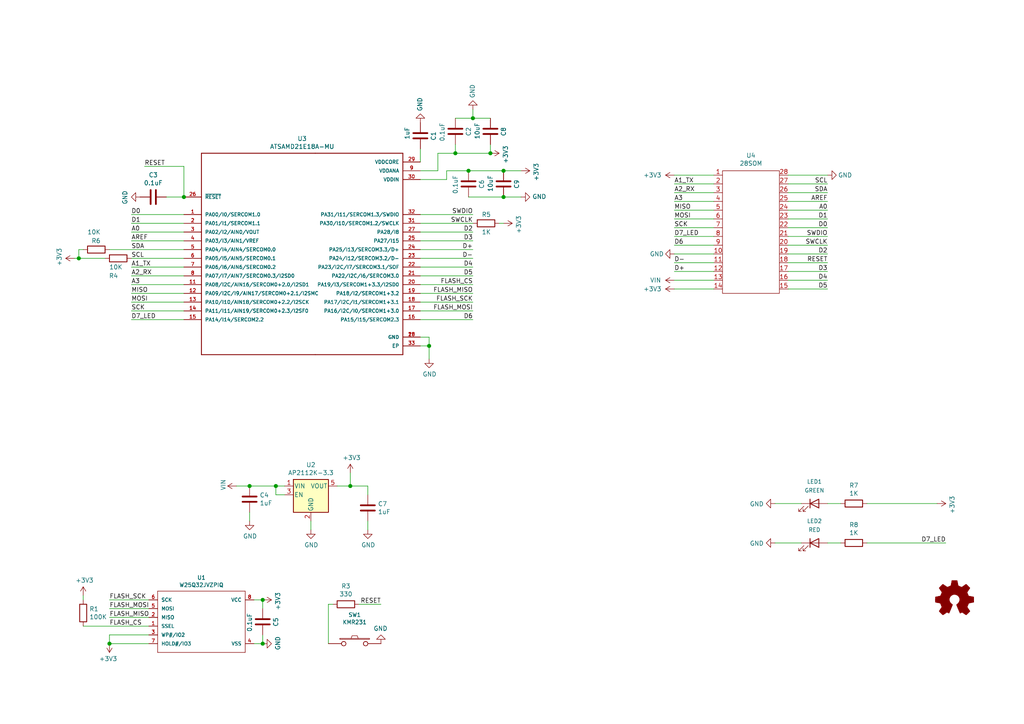
<source format=kicad_sch>
(kicad_sch (version 20201015) (generator eeschema)
  (paper "A4")
  (lib_symbols
    (symbol "Device:C" (pin_numbers hide) (pin_names (offset 0.254))
      (property "Reference" "C" (at 0.635 2.54 0))
      (property "Value" "C" (at 0.635 -2.54 0))
      (symbol "C_0_1"
        (polyline (pts (xy -2.032 -0.762) (xy 2.032 -0.762)) (stroke (width 0.508)))
        (polyline (pts (xy -2.032 0.762) (xy 2.032 0.762)) (stroke (width 0.508)))
      )
      (symbol "C_1_1"
        (pin passive line (at 0 3.81 270) (length 2.794) (name "~") (number "1"))
        (pin passive line (at 0 -3.81 90) (length 2.794) (name "~") (number "2"))
      )
    )
    (symbol "Device:LED" (pin_numbers hide) (pin_names (offset 1.016) hide)
      (property "Reference" "D" (at 0 2.54 0))
      (property "Value" "LED" (at 0 -2.54 0))
      (symbol "LED_0_1"
        (polyline (pts (xy -1.27 -1.27) (xy -1.27 1.27)) (stroke (width 0.254)))
        (polyline (pts (xy -1.27 0) (xy 1.27 0)))
        (polyline (pts (xy 1.27 -1.27) (xy 1.27 1.27) (xy -1.27 0) (xy 1.27 -1.27)) (stroke (width 0.254)))
        (polyline (pts (xy -3.048 -0.762) (xy -4.572 -2.286) (xy -3.81 -2.286) (xy -4.572 -2.286) (xy -4.572 -1.524)))
        (polyline (pts (xy -1.778 -0.762) (xy -3.302 -2.286) (xy -2.54 -2.286) (xy -3.302 -2.286) (xy -3.302 -1.524)))
      )
      (symbol "LED_1_1"
        (pin passive line (at -3.81 0 0) (length 2.54) (name "K") (number "1"))
        (pin passive line (at 3.81 0 180) (length 2.54) (name "A") (number "2"))
      )
    )
    (symbol "Device:R" (pin_numbers hide) (pin_names (offset 0))
      (property "Reference" "R" (at 2.032 0 90))
      (property "Value" "R" (at 0 0 90))
      (symbol "R_0_1"
        (rectangle (start -1.016 -2.54) (end 1.016 2.54) (stroke (width 0.254)))
      )
      (symbol "R_1_1"
        (pin passive line (at 0 3.81 270) (length 1.27) (name "~") (number "1"))
        (pin passive line (at 0 -3.81 90) (length 1.27) (name "~") (number "2"))
      )
    )
    (symbol "Graphic:Logo_Open_Hardware_Small" (pin_names (offset 1.016))
      (symbol "Logo_Open_Hardware_Small_0_1"
        (polyline (pts (xy 3.3528 -4.3434) (xy 3.302 -4.318) (xy 3.175 -4.2418) (xy 2.9972 -4.1148) (xy 2.7686 -3.9624) (xy 2.54 -3.81) (xy 2.3622 -3.7084) (xy 2.2352 -3.6068) (xy 2.1844 -3.5814) (xy 2.159 -3.6068) (xy 2.0574 -3.6576) (xy 1.905 -3.7338) (xy 1.8034 -3.7846) (xy 1.6764 -3.8354) (xy 1.6002 -3.8354) (xy 1.6002 -3.8354) (xy 1.5494 -3.7338) (xy 1.4732 -3.5306) (xy 1.3462 -3.302) (xy 1.2446 -3.0226) (xy 1.1176 -2.7178) (xy 0.9652 -2.413) (xy 0.8636 -2.1082) (xy 0.7366 -1.8288) (xy 0.6604 -1.6256) (xy 0.6096 -1.4732) (xy 0.5842 -1.397) (xy 0.5842 -1.397) (xy 0.6604 -1.3208) (xy 0.7874 -1.2446) (xy 1.0414 -1.016) (xy 1.2954 -0.6858) (xy 1.4478 -0.3302) (xy 1.524 0.0762) (xy 1.4732 0.4572) (xy 1.3208 0.8128) (xy 1.0668 1.143) (xy 0.762 1.3716) (xy 0.4064 1.524) (xy 0 1.5748) (xy -0.381 1.5494) (xy -0.7366 1.397) (xy -1.0668 1.143) (xy -1.2192 0.9906) (xy -1.397 0.6604) (xy -1.524 0.3048) (xy -1.524 0.2286) (xy -1.4986 -0.1778) (xy -1.397 -0.5334) (xy -1.1938 -0.8636) (xy -0.9144 -1.143) (xy -0.8636 -1.1684) (xy -0.7366 -1.27) (xy -0.635 -1.3462) (xy -0.5842 -1.397) (xy -1.0668 -2.5908) (xy -1.143 -2.794) (xy -1.2954 -3.1242) (xy -1.397 -3.4036) (xy -1.4986 -3.6322) (xy -1.5748 -3.7846) (xy -1.6002 -3.8354) (xy -1.6002 -3.8354) (xy -1.651 -3.8354) (xy -1.7272 -3.81) (xy -1.905 -3.7338) (xy -2.0066 -3.683) (xy -2.1336 -3.6068) (xy -2.2098 -3.5814) (xy -2.2606 -3.6068) (xy -2.3622 -3.683) (xy -2.54 -3.81) (xy -2.7686 -3.9624) (xy -2.9718 -4.0894) (xy -3.1496 -4.2164) (xy -3.302 -4.318) (xy -3.3528 -4.3434) (xy -3.3782 -4.3434) (xy -3.429 -4.318) (xy -3.5306 -4.2164) (xy -3.7084 -4.064) (xy -3.937 -3.8354) (xy -3.9624 -3.81) (xy -4.1656 -3.6068) (xy -4.318 -3.4544) (xy -4.4196 -3.3274) (xy -4.445 -3.2766) (xy -4.445 -3.2766) (xy -4.4196 -3.2258) (xy -4.318 -3.0734) (xy -4.2164 -2.8956) (xy -4.064 -2.667) (xy -3.6576 -2.0828) (xy -3.8862 -1.5494) (xy -3.937 -1.3716) (xy -4.0386 -1.1684) (xy -4.0894 -1.0414) (xy -4.1148 -0.9652) (xy -4.191 -0.9398) (xy -4.318 -0.9144) (xy -4.5466 -0.8636) (xy -4.8006 -0.8128) (xy -5.0546 -0.7874) (xy -5.2578 -0.7366) (xy -5.4356 -0.7112) (xy -5.5118 -0.6858) (xy -5.5118 -0.6858) (xy -5.5372 -0.635) (xy -5.5372 -0.5588) (xy -5.5372 -0.4318) (xy -5.5626 -0.2286) (xy -5.5626 0.0762) (xy -5.5626 0.127) (xy -5.5372 0.4064) (xy -5.5372 0.635) (xy -5.5372 0.762) (xy -5.5372 0.8382) (xy -5.5372 0.8382) (xy -5.461 0.8382) (xy -5.3086 0.889) (xy -5.08 0.9144) (xy -4.826 0.9652) (xy -4.8006 0.9906) (xy -4.5466 1.0414) (xy -4.318 1.0668) (xy -4.1656 1.1176) (xy -4.0894 1.143) (xy -4.0894 1.143) (xy -4.0386 1.2446) (xy -3.9624 1.4224) (xy -3.8608 1.6256) (xy -3.7846 1.8288) (xy -3.7084 2.0066) (xy -3.6576 2.159) (xy -3.6322 2.2098) (xy -3.6322 2.2098) (xy -3.683 2.286) (xy -3.7592 2.413) (xy -3.8862 2.5908) (xy -4.064 2.8194) (xy -4.064 2.8448) (xy -4.2164 3.0734) (xy -4.3434 3.2512) (xy -4.4196 3.3782) (xy -4.445 3.4544) (xy -4.445 3.4544) (xy -4.3942 3.5052) (xy -4.2926 3.6322) (xy -4.1148 3.81) (xy -3.937 4.0132) (xy -3.8608 4.064) (xy -3.6576 4.2926) (xy -3.5052 4.4196) (xy -3.4036 4.4958) (xy -3.3528 4.5212) (xy -3.3528 4.5212) (xy -3.302 4.4704) (xy -3.1496 4.3688) (xy -2.9718 4.2418) (xy -2.7432 4.0894) (xy -2.7178 4.0894) (xy -2.4892 3.937) (xy -2.3114 3.81) (xy -2.1844 3.7084) (xy -2.1336 3.683) (xy -2.1082 3.683) (xy -2.032 3.7084) (xy -1.8542 3.7592) (xy -1.6764 3.8354) (xy -1.4732 3.937) (xy -1.27 4.0132) (xy -1.143 4.064) (xy -1.0668 4.1148) (xy -1.0668 4.1148) (xy -1.0414 4.191) (xy -1.016 4.3434) (xy -0.9652 4.572) (xy -0.9144 4.8514) (xy -0.889 4.9022) (xy -0.8382 5.1562) (xy -0.8128 5.3848) (xy -0.7874 5.5372) (xy -0.762 5.588) (xy -0.7112 5.6134) (xy -0.5842 5.6134) (xy -0.4064 5.6134) (xy -0.1524 5.6134) (xy 0.0762 5.6134) (xy 0.3302 5.6134) (xy 0.5334 5.6134) (xy 0.6858 5.588) (xy 0.7366 5.588) (xy 0.7366 5.588) (xy 0.762 5.5118) (xy 0.8128 5.334) (xy 0.8382 5.1054) (xy 0.9144 4.826) (xy 0.9144 4.7752) (xy 0.9652 4.5212) (xy 1.016 4.2926) (xy 1.0414 4.1402) (xy 1.0668 4.0894) (xy 1.0668 4.0894) (xy 1.1938 4.0386) (xy 1.3716 3.9624) (xy 1.5748 3.8608) (xy 2.0828 3.6576) (xy 2.7178 4.0894) (xy 2.7686 4.1402) (xy 2.9972 4.2926) (xy 3.175 4.4196) (xy 3.302 4.4958) (xy 3.3782 4.5212) (xy 3.3782 4.5212) (xy 3.429 4.4704) (xy 3.556 4.3434) (xy 3.7338 4.191) (xy 3.9116 3.9878) (xy 4.064 3.8354) (xy 4.2418 3.6576) (xy 4.3434 3.556) (xy 4.4196 3.4798) (xy 4.4196 3.429) (xy 4.4196 3.4036) (xy 4.3942 3.3274) (xy 4.2926 3.2004) (xy 4.1656 2.9972) (xy 4.0132 2.794) (xy 3.8862 2.5908) (xy 3.7592 2.3876) (xy 3.6576 2.2352) (xy 3.6322 2.159) (xy 3.6322 2.1336) (xy 3.683 2.0066) (xy 3.7592 1.8288) (xy 3.8608 1.6002) (xy 4.064 1.1176) (xy 4.3942 1.0414) (xy 4.5974 1.016) (xy 4.8768 0.9652) (xy 5.1308 0.9144) (xy 5.5372 0.8382) (xy 5.5626 -0.6604) (xy 5.4864 -0.6858) (xy 5.4356 -0.6858) (xy 5.2832 -0.7366) (xy 5.0546 -0.762) (xy 4.8006 -0.8128) (xy 4.5974 -0.8636) (xy 4.3688 -0.9144) (xy 4.2164 -0.9398) (xy 4.1402 -0.9398) (xy 4.1148 -0.9652) (xy 4.064 -1.0668) (xy 3.9878 -1.2446) (xy 3.9116 -1.4478) (xy 3.81 -1.651) (xy 3.7338 -1.8542) (xy 3.683 -2.0066) (xy 3.6576 -2.0828) (xy 3.683 -2.1336) (xy 3.7846 -2.2606) (xy 3.8862 -2.4638) (xy 4.0386 -2.667) (xy 4.191 -2.8956) (xy 4.318 -3.0734) (xy 4.3942 -3.2004) (xy 4.445 -3.2766) (xy 4.4196 -3.3274) (xy 4.3434 -3.429) (xy 4.1656 -3.5814) (xy 3.937 -3.8354) (xy 3.8862 -3.8608) (xy 3.683 -4.064) (xy 3.5306 -4.2164) (xy 3.4036 -4.318) (xy 3.3528 -4.3434)) (fill (type outline)))
      )
    )
    (symbol "Kevin-CPU_MCU:ATSAMD21E18A-MU" (pin_names (offset 1.016))
      (property "Reference" "U" (at -29.21 31.75 0))
      (property "Value" "ATSAMD21E18A-MU" (at -29.2354 -30.5308 0))
      (symbol "ATSAMD21E18A-MU_0_0"
        (polyline (pts (xy -29.21 -27.94) (xy -29.21 30.48)) (stroke (width 0.254)))
        (polyline (pts (xy 3.81 30.48) (xy 29.21 30.48)) (stroke (width 0.254)))
        (polyline (pts (xy 29.21 -27.94) (xy 3.81 -27.94)) (stroke (width 0.254)))
        (polyline (pts (xy 29.21 30.48) (xy 29.21 -27.94)) (stroke (width 0.254)))
        (pin bidirectional line (at -34.29 12.7 0) (length 5.08) (name "PA00/I0/SERCOM1.0") (number "1"))
        (pin power_in line (at 34.29 -22.86 180) (length 5.08) (name "GND") (number "10"))
        (pin bidirectional line (at -34.29 -7.62 0) (length 5.08) (name "PA08/I2C/AIN16/SERCOM0+2.0/I2SD1") (number "11"))
        (pin bidirectional line (at -34.29 -10.16 0) (length 5.08) (name "PA09/I2C/I9/AIN17/SERCOM0+2.1/I2SMC") (number "12"))
        (pin bidirectional line (at -34.29 -12.7 0) (length 5.08) (name "PA10/I10/AIN18/SERCOM0+2.2/I2SCK") (number "13"))
        (pin bidirectional line (at -34.29 -15.24 0) (length 5.08) (name "PA11/I11/AIN19/SERCOM0+2.3/I2SF0") (number "14"))
        (pin bidirectional line (at -34.29 -17.78 0) (length 5.08) (name "PA14/I14/SERCOM2.2") (number "15"))
        (pin bidirectional line (at 34.29 -17.78 180) (length 5.08) (name "PA15/I15/SERCOM2.3") (number "16"))
        (pin bidirectional line (at 34.29 -15.24 180) (length 5.08) (name "PA16/I2C/I0/SERCOM1+3.0") (number "17"))
        (pin bidirectional line (at 34.29 -12.7 180) (length 5.08) (name "PA17/I2C/I1/SERCOM1+3.1") (number "18"))
        (pin bidirectional line (at 34.29 -10.16 180) (length 5.08) (name "PA18/I2/SERCOM1+3.2") (number "19"))
        (pin bidirectional line (at -34.29 10.16 0) (length 5.08) (name "PA01/I1/SERCOM1.1") (number "2"))
        (pin bidirectional line (at 34.29 -7.62 180) (length 5.08) (name "PA19/I3/SERCOM1+3.3/I2SD0") (number "20"))
        (pin bidirectional line (at 34.29 -5.08 180) (length 5.08) (name "PA22/I2C/I6/SERCOM3.0") (number "21"))
        (pin bidirectional line (at 34.29 -2.54 180) (length 5.08) (name "PA23/I2C/I7/SERCOM3.1/SOF") (number "22"))
        (pin bidirectional line (at 34.29 0 180) (length 5.08) (name "PA24/I12/SERCOM3.2/D-") (number "23"))
        (pin bidirectional line (at 34.29 2.54 180) (length 5.08) (name "PA25/I13/SERCOM3.3/D+") (number "24"))
        (pin bidirectional line (at 34.29 5.08 180) (length 5.08) (name "PA27/I15") (number "25"))
        (pin input line (at -34.29 17.78 0) (length 5.08) (name "~RESET~") (number "26"))
        (pin bidirectional line (at 34.29 7.62 180) (length 5.08) (name "PA28/I8") (number "27"))
        (pin power_in line (at 34.29 -22.86 180) (length 5.08) (name "GND") (number "28"))
        (pin power_in line (at 34.29 27.94 180) (length 5.08) (name "VDDCORE") (number "29"))
        (pin bidirectional line (at -34.29 7.62 0) (length 5.08) (name "PA02/I2/AIN0/VOUT") (number "3"))
        (pin power_in line (at 34.29 22.86 180) (length 5.08) (name "VDDIN") (number "30"))
        (pin bidirectional line (at 34.29 10.16 180) (length 5.08) (name "PA30/I10/SERCOM1.2/SWCLK") (number "31"))
        (pin bidirectional line (at 34.29 12.7 180) (length 5.08) (name "PA31/I11/SERCOM1.3/SWDIO") (number "32"))
        (pin power_in line (at 34.29 -25.4 180) (length 5.08) (name "EP") (number "33"))
        (pin bidirectional line (at -34.29 5.08 0) (length 5.08) (name "PA03/I3/AIN1/VREF") (number "4"))
        (pin bidirectional line (at -34.29 2.54 0) (length 5.08) (name "PA04/I4/AIN4/SERCOM0.0") (number "5"))
        (pin bidirectional line (at -34.29 0 0) (length 5.08) (name "PA05/I5/AIN5/SERCOM0.1") (number "6"))
        (pin bidirectional line (at -34.29 -2.54 0) (length 5.08) (name "PA06/I6/AIN6/SERCOM0.2") (number "7"))
        (pin bidirectional line (at -34.29 -5.08 0) (length 5.08) (name "PA07/I7/AIN7/SERCOM0.3/I2SD0") (number "8"))
        (pin power_in line (at 34.29 25.4 180) (length 5.08) (name "VDDANA") (number "9"))
      )
      (symbol "ATSAMD21E18A-MU_1_1"
        (polyline (pts (xy 3.81 -27.94) (xy -29.21 -27.94)) (stroke (width 0.254)))
        (polyline (pts (xy 3.81 30.48) (xy -29.21 30.48)) (stroke (width 0.254)))
      )
    )
    (symbol "Kevin-Connectors:28SOM" (pin_names (offset 1.016))
      (property "Reference" "U" (at 0 5.08 0))
      (property "Value" "28SOM" (at 0 7.62 0))
      (symbol "28SOM_0_1"
        (rectangle (start -7.62 8.89) (end 8.89 -26.67))
      )
      (symbol "28SOM_1_1"
        (pin bidirectional line (at -10.16 7.62 0) (length 2.54) (name "~") (number "1"))
        (pin bidirectional line (at -10.16 -15.24 0) (length 2.54) (name "~") (number "10"))
        (pin bidirectional line (at -10.16 -17.78 0) (length 2.54) (name "~") (number "11"))
        (pin bidirectional line (at -10.16 -20.32 0) (length 2.54) (name "~") (number "12"))
        (pin bidirectional line (at -10.16 -22.86 0) (length 2.54) (name "~") (number "13"))
        (pin bidirectional line (at -10.16 -25.4 0) (length 2.54) (name "~") (number "14"))
        (pin bidirectional line (at 11.43 -25.4 180) (length 2.54) (name "~") (number "15"))
        (pin bidirectional line (at 11.43 -22.86 180) (length 2.54) (name "~") (number "16"))
        (pin bidirectional line (at 11.43 -20.32 180) (length 2.54) (name "~") (number "17"))
        (pin bidirectional line (at 11.43 -17.78 180) (length 2.54) (name "~") (number "18"))
        (pin bidirectional line (at 11.43 -15.24 180) (length 2.54) (name "~") (number "19"))
        (pin bidirectional line (at -10.16 5.08 0) (length 2.54) (name "~") (number "2"))
        (pin bidirectional line (at 11.43 -12.7 180) (length 2.54) (name "~") (number "20"))
        (pin bidirectional line (at 11.43 -10.16 180) (length 2.54) (name "~") (number "21"))
        (pin bidirectional line (at 11.43 -7.62 180) (length 2.54) (name "~") (number "22"))
        (pin bidirectional line (at 11.43 -5.08 180) (length 2.54) (name "~") (number "23"))
        (pin bidirectional line (at 11.43 -2.54 180) (length 2.54) (name "~") (number "24"))
        (pin bidirectional line (at 11.43 0 180) (length 2.54) (name "~") (number "25"))
        (pin bidirectional line (at 11.43 2.54 180) (length 2.54) (name "~") (number "26"))
        (pin bidirectional line (at 11.43 5.08 180) (length 2.54) (name "~") (number "27"))
        (pin bidirectional line (at 11.43 7.62 180) (length 2.54) (name "~") (number "28"))
        (pin bidirectional line (at -10.16 2.54 0) (length 2.54) (name "~") (number "3"))
        (pin bidirectional line (at -10.16 0 0) (length 2.54) (name "~") (number "4"))
        (pin bidirectional line (at -10.16 -2.54 0) (length 2.54) (name "~") (number "5"))
        (pin bidirectional line (at -10.16 -5.08 0) (length 2.54) (name "~") (number "6"))
        (pin bidirectional line (at -10.16 -7.62 0) (length 2.54) (name "~") (number "7"))
        (pin bidirectional line (at -10.16 -10.16 0) (length 2.54) (name "~") (number "8"))
        (pin bidirectional line (at -10.16 -12.7 0) (length 2.54) (name "~") (number "9"))
      )
    )
    (symbol "Kevin-MiscICs:SPIFLASH" (pin_names (offset 1.016))
      (property "Reference" "U" (at -12.7 12.7 0))
      (property "Value" "SPIFLASH" (at -12.7 -10.16 0))
      (symbol "SPIFLASH_1_0"
        (polyline (pts (xy -12.7 -7.62) (xy -12.7 10.16)))
        (polyline (pts (xy -12.7 10.16) (xy 12.7 10.16)))
        (polyline (pts (xy 12.7 -7.62) (xy -12.7 -7.62)))
        (polyline (pts (xy 12.7 10.16) (xy 12.7 -7.62)))
      )
      (symbol "SPIFLASH_1_1"
        (pin bidirectional line (at -15.24 0 0) (length 2.54) (name "SSEL") (number "1"))
        (pin bidirectional line (at -15.24 2.54 0) (length 2.54) (name "MISO") (number "2"))
        (pin bidirectional line (at -15.24 -2.54 0) (length 2.54) (name "WP#/IO2") (number "3"))
        (pin power_in line (at 15.24 -5.08 180) (length 2.54) (name "VSS") (number "4"))
        (pin bidirectional line (at -15.24 5.08 0) (length 2.54) (name "MOSI") (number "5"))
        (pin bidirectional line (at -15.24 7.62 0) (length 2.54) (name "SCK") (number "6"))
        (pin bidirectional line (at -15.24 -5.08 0) (length 2.54) (name "HOLD#/IO3") (number "7"))
        (pin power_in line (at 15.24 7.62 180) (length 2.54) (name "VCC") (number "8"))
      )
    )
    (symbol "Kevin-Power:VIN" (power) (pin_names (offset 0))
      (property "Value" "VIN" (at 0 3.81 0))
      (symbol "VIN_0_1"
        (polyline (pts (xy -0.762 1.27) (xy 0 2.54)))
        (polyline (pts (xy 0 0) (xy 0 2.54)))
        (polyline (pts (xy 0 2.54) (xy 0.762 1.27)))
      )
      (symbol "VIN_1_1"
        (pin power_in line (at 0 0 90) (length 0) hide (name "VIN") (number "1"))
      )
    )
    (symbol "Kevin-Switches:SPST-NO" (pin_numbers hide) (pin_names (offset 1.016) hide)
      (property "Reference" "SW" (at 3.81 2.794 0))
      (property "Value" "SPST-NO" (at 0 -2.032 0))
      (symbol "SPST-NO_0_1"
        (rectangle (start -4.318 1.27) (end 4.318 1.524))
        (polyline (pts (xy -1.016 1.524) (xy -0.762 2.286) (xy 0.762 2.286) (xy 1.016 1.524)))
        (pin passive inverted (at -7.62 0 0) (length 5.08) (name "1") (number "1"))
        (pin passive inverted (at 7.62 0 180) (length 5.08) (name "2") (number "2"))
      )
    )
    (symbol "Regulator_Linear:AP2112K-3.3" (pin_names (offset 0.254))
      (property "Reference" "U" (at -5.08 5.715 0))
      (property "Value" "AP2112K-3.3" (at 0 5.715 0))
      (symbol "AP2112K-3.3_0_1"
        (rectangle (start -5.08 4.445) (end 5.08 -5.08) (stroke (width 0.254)) (fill (type background)))
      )
      (symbol "AP2112K-3.3_1_1"
        (pin power_in line (at -7.62 2.54 0) (length 2.54) (name "VIN") (number "1"))
        (pin power_in line (at 0 -7.62 90) (length 2.54) (name "GND") (number "2"))
        (pin input line (at -7.62 0 0) (length 2.54) (name "EN") (number "3"))
        (pin unconnected line (at 5.08 0 180) (length 2.54) hide (name "NC") (number "4"))
        (pin power_out line (at 7.62 2.54 180) (length 2.54) (name "VOUT") (number "5"))
      )
    )
    (symbol "power:+3.3V" (power) (pin_names (offset 0))
      (property "Value" "+3.3V" (at 0 3.556 0))
      (symbol "+3.3V_0_1"
        (polyline (pts (xy -0.762 1.27) (xy 0 2.54)))
        (polyline (pts (xy 0 0) (xy 0 2.54)))
        (polyline (pts (xy 0 2.54) (xy 0.762 1.27)))
      )
      (symbol "+3.3V_1_1"
        (pin power_in line (at 0 0 90) (length 0) hide (name "+3V3") (number "1"))
      )
    )
    (symbol "power:GND" (power) (pin_names (offset 0))
      (property "Value" "GND" (at 0 -3.81 0))
      (symbol "GND_0_1"
        (polyline (pts (xy 0 0) (xy 0 -1.27) (xy 1.27 -1.27) (xy 0 -2.54) (xy -1.27 -1.27) (xy 0 -1.27)))
      )
      (symbol "GND_1_1"
        (pin power_in line (at 0 0 270) (length 0) hide (name "GND") (number "1"))
      )
    )
  )
  (junction (at 22.86 74.93) (diameter 1.016))
  (junction (at 31.75 186.69) (diameter 1.016))
  (junction (at 53.34 57.15) (diameter 1.016))
  (junction (at 72.39 140.97) (diameter 1.016))
  (junction (at 76.2 173.99) (diameter 1.016))
  (junction (at 76.2 186.69) (diameter 1.016))
  (junction (at 80.01 140.97) (diameter 1.016))
  (junction (at 101.6 140.97) (diameter 1.016))
  (junction (at 124.46 100.33) (diameter 1.016))
  (junction (at 132.08 44.45) (diameter 1.016))
  (junction (at 135.89 49.53) (diameter 1.016))
  (junction (at 137.16 34.29) (diameter 1.016))
  (junction (at 142.24 44.45) (diameter 1.016))
  (junction (at 146.05 49.53) (diameter 1.016))
  (junction (at 146.05 57.15) (diameter 1.016))
  (wire (pts (xy 22.86 72.39) (xy 22.86 74.93)))
  (wire (pts (xy 22.86 74.93) (xy 21.59 74.93)))
  (wire (pts (xy 24.13 72.39) (xy 22.86 72.39)))
  (wire (pts (xy 24.13 172.72) (xy 24.13 173.99)))
  (wire (pts (xy 24.13 181.61) (xy 43.18 181.61)))
  (wire (pts (xy 30.48 74.93) (xy 22.86 74.93)))
  (wire (pts (xy 31.75 72.39) (xy 53.34 72.39)))
  (wire (pts (xy 31.75 184.15) (xy 31.75 186.69)))
  (wire (pts (xy 43.18 173.99) (xy 31.75 173.99)))
  (wire (pts (xy 43.18 176.53) (xy 31.75 176.53)))
  (wire (pts (xy 43.18 179.07) (xy 31.75 179.07)))
  (wire (pts (xy 43.18 184.15) (xy 31.75 184.15)))
  (wire (pts (xy 43.18 186.69) (xy 31.75 186.69)))
  (wire (pts (xy 53.34 48.26) (xy 41.91 48.26)))
  (wire (pts (xy 53.34 57.15) (xy 48.26 57.15)))
  (wire (pts (xy 53.34 57.15) (xy 53.34 48.26)))
  (wire (pts (xy 53.34 62.23) (xy 38.1 62.23)))
  (wire (pts (xy 53.34 64.77) (xy 38.1 64.77)))
  (wire (pts (xy 53.34 67.31) (xy 38.1 67.31)))
  (wire (pts (xy 53.34 69.85) (xy 38.1 69.85)))
  (wire (pts (xy 53.34 74.93) (xy 38.1 74.93)))
  (wire (pts (xy 53.34 77.47) (xy 38.1 77.47)))
  (wire (pts (xy 53.34 80.01) (xy 38.1 80.01)))
  (wire (pts (xy 53.34 82.55) (xy 38.1 82.55)))
  (wire (pts (xy 53.34 85.09) (xy 38.1 85.09)))
  (wire (pts (xy 53.34 87.63) (xy 38.1 87.63)))
  (wire (pts (xy 53.34 90.17) (xy 38.1 90.17)))
  (wire (pts (xy 53.34 92.71) (xy 38.1 92.71)))
  (wire (pts (xy 68.58 140.97) (xy 72.39 140.97)))
  (wire (pts (xy 72.39 148.59) (xy 72.39 151.13)))
  (wire (pts (xy 73.66 173.99) (xy 76.2 173.99)))
  (wire (pts (xy 73.66 186.69) (xy 76.2 186.69)))
  (wire (pts (xy 76.2 176.53) (xy 76.2 173.99)))
  (wire (pts (xy 76.2 184.15) (xy 76.2 186.69)))
  (wire (pts (xy 80.01 140.97) (xy 72.39 140.97)))
  (wire (pts (xy 80.01 140.97) (xy 82.55 140.97)))
  (wire (pts (xy 80.01 143.51) (xy 80.01 140.97)))
  (wire (pts (xy 82.55 143.51) (xy 80.01 143.51)))
  (wire (pts (xy 90.17 151.13) (xy 90.17 153.67)))
  (wire (pts (xy 95.25 175.26) (xy 96.52 175.26)))
  (wire (pts (xy 95.25 186.69) (xy 95.25 175.26)))
  (wire (pts (xy 97.79 140.97) (xy 101.6 140.97)))
  (wire (pts (xy 101.6 137.16) (xy 101.6 140.97)))
  (wire (pts (xy 104.14 175.26) (xy 110.49 175.26)))
  (wire (pts (xy 106.68 140.97) (xy 101.6 140.97)))
  (wire (pts (xy 106.68 143.51) (xy 106.68 140.97)))
  (wire (pts (xy 106.68 151.13) (xy 106.68 153.67)))
  (wire (pts (xy 121.92 46.99) (xy 121.92 43.18)))
  (wire (pts (xy 121.92 52.07) (xy 129.54 52.07)))
  (wire (pts (xy 121.92 62.23) (xy 137.16 62.23)))
  (wire (pts (xy 121.92 64.77) (xy 137.16 64.77)))
  (wire (pts (xy 121.92 67.31) (xy 137.16 67.31)))
  (wire (pts (xy 121.92 69.85) (xy 137.16 69.85)))
  (wire (pts (xy 121.92 72.39) (xy 137.16 72.39)))
  (wire (pts (xy 121.92 74.93) (xy 137.16 74.93)))
  (wire (pts (xy 121.92 77.47) (xy 137.16 77.47)))
  (wire (pts (xy 121.92 82.55) (xy 137.16 82.55)))
  (wire (pts (xy 121.92 85.09) (xy 137.16 85.09)))
  (wire (pts (xy 121.92 87.63) (xy 137.16 87.63)))
  (wire (pts (xy 121.92 90.17) (xy 137.16 90.17)))
  (wire (pts (xy 121.92 92.71) (xy 137.16 92.71)))
  (wire (pts (xy 121.92 97.79) (xy 124.46 97.79)))
  (wire (pts (xy 121.92 100.33) (xy 124.46 100.33)))
  (wire (pts (xy 124.46 97.79) (xy 124.46 100.33)))
  (wire (pts (xy 124.46 100.33) (xy 124.46 104.14)))
  (wire (pts (xy 127 44.45) (xy 127 49.53)))
  (wire (pts (xy 127 44.45) (xy 132.08 44.45)))
  (wire (pts (xy 127 49.53) (xy 121.92 49.53)))
  (wire (pts (xy 129.54 49.53) (xy 135.89 49.53)))
  (wire (pts (xy 129.54 52.07) (xy 129.54 49.53)))
  (wire (pts (xy 132.08 34.29) (xy 137.16 34.29)))
  (wire (pts (xy 132.08 41.91) (xy 132.08 44.45)))
  (wire (pts (xy 132.08 44.45) (xy 142.24 44.45)))
  (wire (pts (xy 135.89 49.53) (xy 146.05 49.53)))
  (wire (pts (xy 135.89 57.15) (xy 146.05 57.15)))
  (wire (pts (xy 137.16 34.29) (xy 137.16 31.75)))
  (wire (pts (xy 137.16 80.01) (xy 121.92 80.01)))
  (wire (pts (xy 142.24 34.29) (xy 137.16 34.29)))
  (wire (pts (xy 142.24 44.45) (xy 142.24 41.91)))
  (wire (pts (xy 144.78 64.77) (xy 146.05 64.77)))
  (wire (pts (xy 146.05 49.53) (xy 151.13 49.53)))
  (wire (pts (xy 146.05 57.15) (xy 151.13 57.15)))
  (wire (pts (xy 195.58 50.8) (xy 207.01 50.8)))
  (wire (pts (xy 195.58 53.34) (xy 207.01 53.34)))
  (wire (pts (xy 195.58 71.12) (xy 207.01 71.12)))
  (wire (pts (xy 195.58 73.66) (xy 207.01 73.66)))
  (wire (pts (xy 195.58 76.2) (xy 207.01 76.2)))
  (wire (pts (xy 195.58 78.74) (xy 207.01 78.74)))
  (wire (pts (xy 195.58 81.28) (xy 207.01 81.28)))
  (wire (pts (xy 195.58 83.82) (xy 207.01 83.82)))
  (wire (pts (xy 207.01 55.88) (xy 195.58 55.88)))
  (wire (pts (xy 207.01 58.42) (xy 195.58 58.42)))
  (wire (pts (xy 207.01 60.96) (xy 195.58 60.96)))
  (wire (pts (xy 207.01 63.5) (xy 195.58 63.5)))
  (wire (pts (xy 207.01 66.04) (xy 195.58 66.04)))
  (wire (pts (xy 207.01 68.58) (xy 195.58 68.58)))
  (wire (pts (xy 224.79 157.48) (xy 232.41 157.48)))
  (wire (pts (xy 228.6 50.8) (xy 240.03 50.8)))
  (wire (pts (xy 228.6 53.34) (xy 240.03 53.34)))
  (wire (pts (xy 228.6 55.88) (xy 240.03 55.88)))
  (wire (pts (xy 228.6 58.42) (xy 240.03 58.42)))
  (wire (pts (xy 228.6 60.96) (xy 240.03 60.96)))
  (wire (pts (xy 228.6 63.5) (xy 240.03 63.5)))
  (wire (pts (xy 228.6 66.04) (xy 240.03 66.04)))
  (wire (pts (xy 228.6 68.58) (xy 240.03 68.58)))
  (wire (pts (xy 228.6 71.12) (xy 240.03 71.12)))
  (wire (pts (xy 228.6 73.66) (xy 240.03 73.66)))
  (wire (pts (xy 228.6 76.2) (xy 240.03 76.2)))
  (wire (pts (xy 228.6 78.74) (xy 240.03 78.74)))
  (wire (pts (xy 228.6 81.28) (xy 240.03 81.28)))
  (wire (pts (xy 228.6 83.82) (xy 240.03 83.82)))
  (wire (pts (xy 232.41 146.05) (xy 224.79 146.05)))
  (wire (pts (xy 240.03 157.48) (xy 243.84 157.48)))
  (wire (pts (xy 243.84 146.05) (xy 240.03 146.05)))
  (wire (pts (xy 251.46 146.05) (xy 271.78 146.05)))
  (wire (pts (xy 251.46 157.48) (xy 274.32 157.48)))
  (label "FLASH_SCK" (at 31.75 173.99 0))
  (label "FLASH_MOSI" (at 31.75 176.53 0))
  (label "FLASH_MISO" (at 31.75 179.07 0))
  (label "FLASH_CS" (at 31.75 181.61 0))
  (label "D0" (at 38.1 62.23 0))
  (label "D1" (at 38.1 64.77 0))
  (label "A0" (at 38.1 67.31 0))
  (label "AREF" (at 38.1 69.85 0))
  (label "SDA" (at 38.1 72.39 0))
  (label "SCL" (at 38.1 74.93 0))
  (label "A1_TX" (at 38.1 77.47 0))
  (label "A2_RX" (at 38.1 80.01 0))
  (label "A3" (at 38.1 82.55 0))
  (label "MISO" (at 38.1 85.09 0))
  (label "MOSI" (at 38.1 87.63 0))
  (label "SCK" (at 38.1 90.17 0))
  (label "D7_LED" (at 38.1 92.71 0))
  (label "RESET" (at 41.91 48.26 0))
  (label "RESET" (at 110.49 175.26 180))
  (label "SWDIO" (at 137.16 62.23 180))
  (label "SWCLK" (at 137.16 64.77 180))
  (label "D2" (at 137.16 67.31 180))
  (label "D3" (at 137.16 69.85 180))
  (label "D+" (at 137.16 72.39 180))
  (label "D-" (at 137.16 74.93 180))
  (label "D4" (at 137.16 77.47 180))
  (label "D5" (at 137.16 80.01 180))
  (label "FLASH_CS" (at 137.16 82.55 180))
  (label "FLASH_MISO" (at 137.16 85.09 180))
  (label "FLASH_SCK" (at 137.16 87.63 180))
  (label "FLASH_MOSI" (at 137.16 90.17 180))
  (label "D6" (at 137.16 92.71 180))
  (label "A1_TX" (at 195.58 53.34 0))
  (label "A2_RX" (at 195.58 55.88 0))
  (label "A3" (at 195.58 58.42 0))
  (label "MISO" (at 195.58 60.96 0))
  (label "MOSI" (at 195.58 63.5 0))
  (label "SCK" (at 195.58 66.04 0))
  (label "D7_LED" (at 195.58 68.58 0))
  (label "D6" (at 195.58 71.12 0))
  (label "D-" (at 195.58 76.2 0))
  (label "D+" (at 195.58 78.74 0))
  (label "SCL" (at 240.03 53.34 180))
  (label "SDA" (at 240.03 55.88 180))
  (label "AREF" (at 240.03 58.42 180))
  (label "A0" (at 240.03 60.96 180))
  (label "D1" (at 240.03 63.5 180))
  (label "D0" (at 240.03 66.04 180))
  (label "SWDIO" (at 240.03 68.58 180))
  (label "SWCLK" (at 240.03 71.12 180))
  (label "D2" (at 240.03 73.66 180))
  (label "RESET" (at 240.03 76.2 180))
  (label "D3" (at 240.03 78.74 180))
  (label "D4" (at 240.03 81.28 180))
  (label "D5" (at 240.03 83.82 180))
  (label "D7_LED" (at 274.32 157.48 180))
  (symbol (lib_id "power:+3.3V") (at 21.59 74.93 90) (unit 1)
    (property "Reference" "#PWR016" (effects hide))
    (property "Value" "+3.3V" (at 17.1958 74.549 0))
  )
  (symbol (lib_id "power:+3.3V") (at 24.13 172.72 0) (unit 1)
    (property "Reference" "#PWR02" (effects hide))
    (property "Value" "+3.3V" (at 24.511 168.3258 0))
  )
  (symbol (lib_id "power:+3.3V") (at 31.75 186.69 180) (unit 1)
    (property "Reference" "#PWR0101" (effects hide))
    (property "Value" "+3.3V" (at 31.369 191.0842 0))
  )
  (symbol (lib_id "Kevin-Power:VIN") (at 68.58 140.97 90) (unit 1)
    (property "Reference" "#PWR03" (effects hide))
    (property "Value" "VIN" (at 64.77 142.24 0) (effects (justify left)))
  )
  (symbol (lib_id "power:+3.3V") (at 76.2 173.99 270) (unit 1)
    (property "Reference" "#PWR06" (effects hide))
    (property "Value" "+3.3V" (at 80.5942 174.371 0))
  )
  (symbol (lib_id "power:+3.3V") (at 101.6 137.16 0) (unit 1)
    (property "Reference" "#PWR09" (effects hide))
    (property "Value" "+3.3V" (at 101.981 132.7658 0))
  )
  (symbol (lib_id "power:+3.3V") (at 142.24 44.45 270) (unit 1)
    (property "Reference" "#PWR0104" (effects hide))
    (property "Value" "+3.3V" (at 146.6342 44.831 0))
  )
  (symbol (lib_id "power:+3.3V") (at 146.05 64.77 270) (unit 1)
    (property "Reference" "#PWR017" (effects hide))
    (property "Value" "+3.3V" (at 150.4442 65.151 0))
  )
  (symbol (lib_id "power:+3.3V") (at 151.13 49.53 270) (unit 1)
    (property "Reference" "#PWR0107" (effects hide))
    (property "Value" "+3.3V" (at 155.5242 49.911 0))
  )
  (symbol (lib_id "power:+3.3V") (at 195.58 50.8 90) (unit 1)
    (property "Reference" "#PWR0109" (effects hide))
    (property "Value" "+3.3V" (at 189.23 50.8 90))
  )
  (symbol (lib_id "Kevin-Power:VIN") (at 195.58 81.28 90) (unit 1)
    (property "Reference" "#PWR027" (effects hide))
    (property "Value" "VIN" (at 191.77 81.28 90) (effects (justify left)))
  )
  (symbol (lib_id "power:+3.3V") (at 195.58 83.82 90) (unit 1)
    (property "Reference" "#PWR026" (effects hide))
    (property "Value" "+3.3V" (at 189.23 83.82 90))
  )
  (symbol (lib_id "power:+3.3V") (at 271.78 146.05 270) (unit 1)
    (property "Reference" "#PWR029" (effects hide))
    (property "Value" "+3.3V" (at 276.1742 146.431 0))
  )
  (symbol (lib_id "power:GND") (at 40.64 57.15 270) (unit 1)
    (property "Reference" "#PWR01" (effects hide))
    (property "Value" "GND" (at 36.2458 57.277 0))
  )
  (symbol (lib_id "power:GND") (at 72.39 151.13 0) (unit 1)
    (property "Reference" "#PWR05" (effects hide))
    (property "Value" "GND" (at 72.517 155.5242 0))
  )
  (symbol (lib_id "power:GND") (at 76.2 186.69 90) (unit 1)
    (property "Reference" "#PWR07" (effects hide))
    (property "Value" "GND" (at 80.5942 186.563 0))
  )
  (symbol (lib_id "power:GND") (at 90.17 153.67 0) (unit 1)
    (property "Reference" "#PWR08" (effects hide))
    (property "Value" "GND" (at 90.297 158.0642 0))
  )
  (symbol (lib_id "power:GND") (at 106.68 153.67 0) (unit 1)
    (property "Reference" "#PWR010" (effects hide))
    (property "Value" "GND" (at 106.807 158.0642 0))
  )
  (symbol (lib_id "power:GND") (at 110.49 186.69 180) (unit 1)
    (property "Reference" "#PWR011" (effects hide))
    (property "Value" "GND" (at 110.363 182.2958 0))
  )
  (symbol (lib_id "power:GND") (at 121.92 35.56 180) (unit 1)
    (property "Reference" "#PWR0102" (effects hide))
    (property "Value" "GND" (at 121.793 32.3088 90) (effects (justify right)))
  )
  (symbol (lib_id "power:GND") (at 124.46 104.14 0) (unit 1)
    (property "Reference" "#PWR0103" (effects hide))
    (property "Value" "GND" (at 124.587 108.5342 0))
  )
  (symbol (lib_id "power:GND") (at 137.16 31.75 180) (unit 1)
    (property "Reference" "#PWR0105" (effects hide))
    (property "Value" "GND" (at 137.033 28.4988 90) (effects (justify right)))
  )
  (symbol (lib_id "power:GND") (at 151.13 57.15 90) (unit 1)
    (property "Reference" "#PWR0106" (effects hide))
    (property "Value" "GND" (at 154.3812 57.023 90) (effects (justify right)))
  )
  (symbol (lib_id "power:GND") (at 195.58 73.66 270) (unit 1)
    (property "Reference" "#PWR028" (effects hide))
    (property "Value" "GND" (at 190.5 73.66 90))
  )
  (symbol (lib_id "power:GND") (at 224.79 146.05 270) (unit 1)
    (property "Reference" "#PWR023" (effects hide))
    (property "Value" "GND" (at 221.5388 146.177 90) (effects (justify right)))
  )
  (symbol (lib_id "power:GND") (at 224.79 157.48 270) (unit 1)
    (property "Reference" "#PWR024" (effects hide))
    (property "Value" "GND" (at 221.5388 157.607 90) (effects (justify right)))
  )
  (symbol (lib_id "power:GND") (at 240.03 50.8 90) (unit 1)
    (property "Reference" "#PWR0108" (effects hide))
    (property "Value" "GND" (at 245.11 50.8 90))
  )
  (symbol (lib_id "Device:R") (at 24.13 177.8 0) (unit 1)
    (property "Reference" "R1" (at 25.908 176.6316 0) (effects (justify left)))
    (property "Value" "100K" (at 25.908 178.943 0) (effects (justify left)))
    (property "Footprint" "Resistor_SMD:R_0603_1608Metric" (effects hide))
  )
  (symbol (lib_id "Device:R") (at 27.94 72.39 90) (unit 1)
    (property "Reference" "R6" (at 29.21 69.85 90) (effects (justify left)))
    (property "Value" "10K" (at 29.21 67.31 90) (effects (justify left)))
    (property "Footprint" "Resistor_SMD:R_0603_1608Metric" (effects hide))
  )
  (symbol (lib_id "Device:R") (at 34.29 74.93 90) (unit 1)
    (property "Reference" "R4" (at 34.29 80.01 90) (effects (justify left)))
    (property "Value" "10K" (at 35.56 77.47 90) (effects (justify left)))
    (property "Footprint" "Resistor_SMD:R_0603_1608Metric" (effects hide))
  )
  (symbol (lib_id "Device:R") (at 100.33 175.26 270) (unit 1)
    (property "Reference" "R3" (at 100.33 170.0022 90))
    (property "Value" "330" (at 100.33 172.3136 90))
    (property "Footprint" "Resistor_SMD:R_0603_1608Metric" (effects hide))
  )
  (symbol (lib_id "Device:R") (at 140.97 64.77 270) (unit 1)
    (property "Reference" "R5" (at 139.7 62.23 90) (effects (justify left)))
    (property "Value" "1K" (at 139.7 67.31 90) (effects (justify left)))
    (property "Footprint" "Resistor_SMD:R_0603_1608Metric" (effects hide))
  )
  (symbol (lib_id "Device:R") (at 247.65 146.05 270) (unit 1)
    (property "Reference" "R7" (at 247.65 140.7922 90))
    (property "Value" "1K" (at 247.65 143.1036 90))
    (property "Footprint" "Resistor_SMD:R_0603_1608Metric" (effects hide))
  )
  (symbol (lib_id "Device:R") (at 247.65 157.48 270) (unit 1)
    (property "Reference" "R8" (at 247.65 152.2222 90))
    (property "Value" "1K" (at 247.65 154.5336 90))
    (property "Footprint" "Resistor_SMD:R_0603_1608Metric" (effects hide))
  )
  (symbol (lib_id "Device:LED") (at 236.22 146.05 0) (unit 1)
    (property "Reference" "LED1" (at 236.22 139.7 0) (effects (font (size 1.143 1.143))))
    (property "Value" "GREEN" (at 236.22 142.24 0) (effects (font (size 1.143 1.143))))
    (property "Footprint" "LED_SMD:LED_0603_1608Metric" (effects hide))
  )
  (symbol (lib_id "Device:LED") (at 236.22 157.48 0) (unit 1)
    (property "Reference" "LED2" (at 236.22 151.13 0) (effects (font (size 1.143 1.143))))
    (property "Value" "RED" (at 236.22 153.67 0) (effects (font (size 1.143 1.143))))
    (property "Footprint" "LED_SMD:LED_0603_1608Metric" (effects hide))
  )
  (symbol (lib_id "Device:C") (at 44.45 57.15 270) (unit 1)
    (property "Reference" "C3" (at 44.45 50.7492 90))
    (property "Value" "0.1uF" (at 44.45 53.0606 90))
    (property "Footprint" "Capacitor_SMD:C_0603_1608Metric" (effects hide))
  )
  (symbol (lib_id "Device:C") (at 72.39 144.78 0) (unit 1)
    (property "Reference" "C4" (at 75.311 143.6116 0) (effects (justify left)))
    (property "Value" "1uF" (at 75.311 145.923 0) (effects (justify left)))
    (property "Footprint" "Capacitor_SMD:C_0603_1608Metric" (effects hide))
  )
  (symbol (lib_id "Device:C") (at 76.2 180.34 0) (unit 1)
    (property "Reference" "C5" (at 80.01 179.07 90) (effects (justify right)))
    (property "Value" "0.1uF" (at 72.39 177.8 90) (effects (justify right)))
    (property "Footprint" "Capacitor_SMD:C_0603_1608Metric" (effects hide))
  )
  (symbol (lib_id "Device:C") (at 106.68 147.32 0) (unit 1)
    (property "Reference" "C7" (at 109.601 146.1516 0) (effects (justify left)))
    (property "Value" "1uF" (at 109.601 148.463 0) (effects (justify left)))
    (property "Footprint" "Capacitor_SMD:C_0603_1608Metric" (effects hide))
  )
  (symbol (lib_id "Device:C") (at 121.92 39.37 0) (unit 1)
    (property "Reference" "C1" (at 125.73 38.1 90) (effects (justify right)))
    (property "Value" "1uF" (at 118.11 36.83 90) (effects (justify right)))
    (property "Footprint" "Capacitor_SMD:C_0603_1608Metric" (effects hide))
  )
  (symbol (lib_id "Device:C") (at 132.08 38.1 0) (unit 1)
    (property "Reference" "C2" (at 135.89 36.83 90) (effects (justify right)))
    (property "Value" "0.1uF" (at 128.27 35.56 90) (effects (justify right)))
    (property "Footprint" "Capacitor_SMD:C_0603_1608Metric" (effects hide))
  )
  (symbol (lib_id "Device:C") (at 135.89 53.34 0) (unit 1)
    (property "Reference" "C6" (at 139.7 52.07 90) (effects (justify right)))
    (property "Value" "0.1uF" (at 132.08 50.8 90) (effects (justify right)))
    (property "Footprint" "Capacitor_SMD:C_0603_1608Metric" (effects hide))
  )
  (symbol (lib_id "Device:C") (at 142.24 38.1 0) (unit 1)
    (property "Reference" "C8" (at 146.05 36.83 90) (effects (justify right)))
    (property "Value" "10uF" (at 138.43 35.56 90) (effects (justify right)))
    (property "Footprint" "Capacitor_SMD:C_0603_1608Metric" (effects hide))
  )
  (symbol (lib_id "Device:C") (at 146.05 53.34 0) (unit 1)
    (property "Reference" "C9" (at 149.86 52.07 90) (effects (justify right)))
    (property "Value" "10uF" (at 142.24 50.8 90) (effects (justify right)))
    (property "Footprint" "Capacitor_SMD:C_0603_1608Metric" (effects hide))
  )
  (symbol (lib_id "Kevin-Switches:SPST-NO") (at 102.87 186.69 0) (unit 1)
    (property "Reference" "SW1" (at 102.87 178.3334 0) (effects (font (size 1.143 1.143))))
    (property "Value" "KMR231" (at 102.87 180.467 0) (effects (font (size 1.143 1.143))))
    (property "Footprint" "Kevin-Switches:KMR231" (effects hide))
  )
  (symbol (lib_id "Graphic:Logo_Open_Hardware_Small") (at 276.86 173.99 0) (unit 1)
    (property "Reference" "#LOGO1" (effects hide))
    (property "Value" "Logo_Open_Hardware_Small" (effects hide))
  )
  (symbol (lib_id "Regulator_Linear:AP2112K-3.3") (at 90.17 143.51 0) (unit 1)
    (property "Reference" "U2" (at 90.17 134.8232 0))
    (property "Value" "AP2112K-3.3" (at 90.17 137.1346 0))
    (property "Footprint" "Package_TO_SOT_SMD:SOT-23-5" (effects hide))
  )
  (symbol (lib_id "Kevin-MiscICs:SPIFLASH") (at 58.42 181.61 0) (unit 1)
    (property "Reference" "U1" (at 58.42 167.5384 0) (effects (font (size 1.143 1.143))))
    (property "Value" "W25Q32JVZPIQ" (at 58.42 169.672 0) (effects (font (size 1.143 1.143))))
    (property "Footprint" "Package_SON:WSON-8-1EP_6x5mm_P1.27mm_EP3.4x4.3mm" (effects hide))
  )
  (symbol (lib_id "Kevin-Connectors:28SOM") (at 217.17 58.42 0) (unit 1)
    (property "Reference" "U4" (at 217.805 45.085 0))
    (property "Value" "28SOM" (at 217.805 47.3964 0))
    (property "Footprint" "Kevin-Connectors:28SOM_25MMx25MM" (effects hide))
  )
  (symbol (lib_id "Kevin-CPU_MCU:ATSAMD21E18A-MU") (at 87.63 74.93 0) (unit 1)
    (property "Reference" "U3" (at 87.63 40.2082 0))
    (property "Value" "ATSAMD21E18A-MU" (at 87.63 42.5196 0))
    (property "Footprint" "Kevin-QFN:QFN50P500X500X100-33N" (effects hide))
    (property "Datasheet" "None" (effects hide))
    (property "Field4" "ATSAMD21E18A-MU" (effects hide))
    (property "Field5" "QFN-32 Microchip" (effects hide))
    (property "Field6" "Unavailable" (effects hide))
    (property "Field7" "Microchip" (effects hide))
    (property "Field8" "SAMD21E Series 256 KB Flash 32 KB SRAM 48 MHz 32-Bit Microcontroller - QFN-32" (effects hide))
  )
)
</source>
